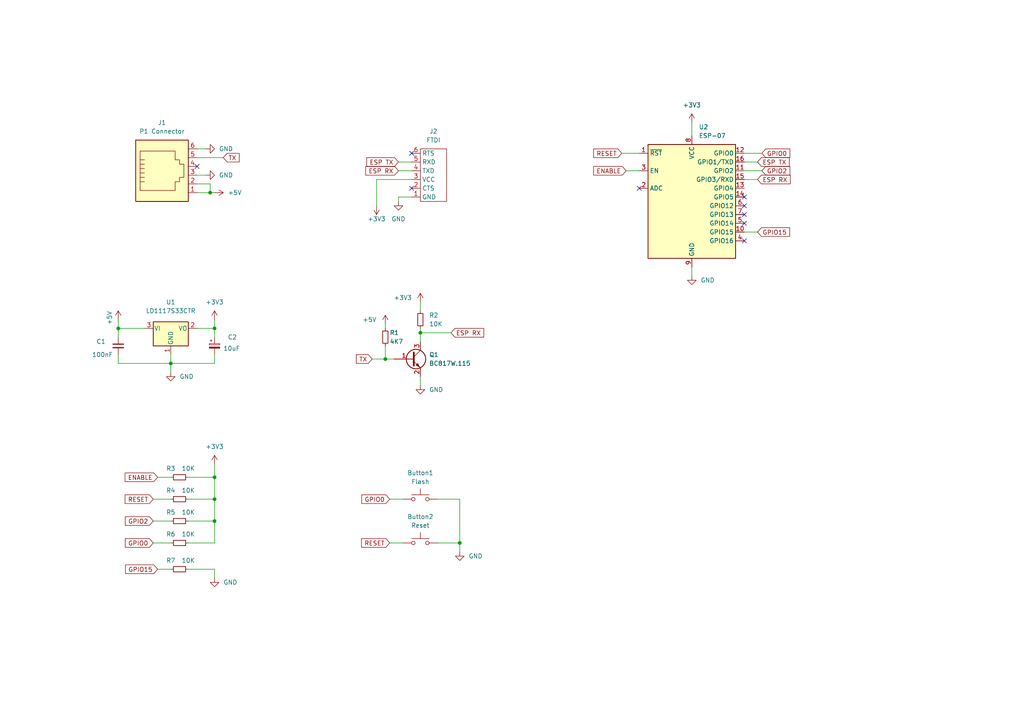
<source format=kicad_sch>
(kicad_sch (version 20211123) (generator eeschema)
  (paper "A4")
  (title_block (title "P1 Port Thingie") (date "2022-02-06") (rev "2"))
  (lib_symbols
    (symbol "Connector:6P6C" (pin_names (offset 1.016))
      (property "Reference" "J" (at -5.08 11.43 0))
      (property "Value" "6P6C" (at 2.54 11.43 0))
      (symbol "6P6C_0_1"
        (polyline (pts (xy -6.35 -1.905) (xy -5.08 -1.905) (xy -5.08 -1.905)))
        (polyline (pts (xy -6.35 -0.635) (xy -5.08 -0.635) (xy -5.08 -0.635)))
        (polyline (pts (xy -6.35 0.635) (xy -5.08 0.635) (xy -5.08 0.635)))
        (polyline (pts (xy -6.35 1.905) (xy -5.08 1.905) (xy -5.08 1.905)))
        (polyline (pts (xy -6.35 3.175) (xy -5.08 3.175) (xy -5.08 3.175)))
        (polyline (pts (xy -5.08 4.445) (xy -6.35 4.445) (xy -6.35 4.445)))
        (polyline (pts (xy -6.35 -4.445) (xy -6.35 6.985) (xy 3.81 6.985) (xy 3.81 4.445) (xy 5.08 4.445) (xy 5.08 3.175) (xy 6.35 3.175) (xy 6.35 -0.635) (xy 5.08 -0.635) (xy 5.08 -1.905) (xy 3.81 -1.905) (xy 3.81 -4.445) (xy -6.35 -4.445) (xy -6.35 -4.445)))
        (rectangle (start 7.62 10.16) (end -7.62 -7.62) (stroke (width 0.254)) (fill (type background)))
      )
      (symbol "6P6C_1_1"
        (pin passive line (at 10.16 -5.08 180) (length 2.54) (name "~") (number "1"))
        (pin passive line (at 10.16 -2.54 180) (length 2.54) (name "~") (number "2"))
        (pin passive line (at 10.16 0 180) (length 2.54) (name "~") (number "3"))
        (pin passive line (at 10.16 2.54 180) (length 2.54) (name "~") (number "4"))
        (pin passive line (at 10.16 5.08 180) (length 2.54) (name "~") (number "5"))
        (pin passive line (at 10.16 7.62 180) (length 2.54) (name "~") (number "6"))
      )
    )
    (symbol "Device:C_Polarized_Small" (pin_numbers hide) (pin_names (offset 0.254) hide)
      (property "Reference" "C" (at 0.254 1.778 0))
      (property "Value" "C_Polarized_Small" (at 0.254 -2.032 0))
      (symbol "C_Polarized_Small_0_1"
        (rectangle (start -1.524 -0.3048) (end 1.524 -0.6858) (fill (type outline)))
        (rectangle (start -1.524 0.6858) (end 1.524 0.3048))
        (polyline (pts (xy -1.27 1.524) (xy -0.762 1.524)))
        (polyline (pts (xy -1.016 1.27) (xy -1.016 1.778)))
      )
      (symbol "C_Polarized_Small_1_1"
        (pin passive line (at 0 2.54 270) (length 1.8542) (name "~") (number "1"))
        (pin passive line (at 0 -2.54 90) (length 1.8542) (name "~") (number "2"))
      )
    )
    (symbol "Device:C_Small" (pin_numbers hide) (pin_names (offset 0.254) hide)
      (property "Reference" "C" (at 0.254 1.778 0))
      (property "Value" "C_Small" (at 0.254 -2.032 0))
      (symbol "C_Small_0_1"
        (polyline (pts (xy -1.524 -0.508) (xy 1.524 -0.508)) (stroke (width 0.3302)))
        (polyline (pts (xy -1.524 0.508) (xy 1.524 0.508)) (stroke (width 0.3048)))
      )
      (symbol "C_Small_1_1"
        (pin passive line (at 0 2.54 270) (length 2.032) (name "~") (number "1"))
        (pin passive line (at 0 -2.54 90) (length 2.032) (name "~") (number "2"))
      )
    )
    (symbol "Device:R_Small" (pin_numbers hide) (pin_names (offset 0.254) hide)
      (property "Reference" "R" (at 0.762 0.508 0))
      (property "Value" "R_Small" (at 0.762 -1.016 0))
      (symbol "R_Small_0_1"
        (rectangle (start -0.762 1.778) (end 0.762 -1.778) (stroke (width 0.2032)))
      )
      (symbol "R_Small_1_1"
        (pin passive line (at 0 2.54 270) (length 0.762) (name "~") (number "1"))
        (pin passive line (at 0 -2.54 90) (length 0.762) (name "~") (number "2"))
      )
    )
    (symbol "Modules:FTDI"
      (property "Reference" "J" (at 2.54 2.54 90))
      (property "Value" "FTDI" (at 2.54 -2.54 90))
      (symbol "FTDI_0_1"
        (rectangle (start -3.81 7.62) (end 3.81 -7.62))
      )
      (symbol "FTDI_1_1"
        (pin passive line (at -6.35 6.35 0) (length 2.54) (name "GND") (number "1"))
        (pin passive line (at -6.35 3.81 0) (length 2.54) (name "CTS") (number "2"))
        (pin passive line (at -6.35 1.27 0) (length 2.54) (name "VCC") (number "3"))
        (pin passive line (at -6.35 -1.27 0) (length 2.54) (name "TXD") (number "4"))
        (pin passive line (at -6.35 -3.81 0) (length 2.54) (name "RXD") (number "5"))
        (pin passive line (at -6.35 -6.35 0) (length 2.54) (name "RTS") (number "6"))
      )
    )
    (symbol "RF_Module:ESP-07"
      (property "Reference" "U" (at -12.7 19.05 0))
      (property "Value" "ESP-07" (at 12.7 19.05 0))
      (symbol "ESP-07_0_1"
        (rectangle (start -12.7 17.78) (end 12.7 -15.24) (stroke (width 0.254)) (fill (type background)))
      )
      (symbol "ESP-07_1_1"
        (pin input line (at -15.24 15.24 0) (length 2.54) (name "~{RST}") (number "1"))
        (pin bidirectional line (at 15.24 -7.62 180) (length 2.54) (name "GPIO15") (number "10"))
        (pin bidirectional line (at 15.24 10.16 180) (length 2.54) (name "GPIO2") (number "11"))
        (pin bidirectional line (at 15.24 15.24 180) (length 2.54) (name "GPIO0") (number "12"))
        (pin bidirectional line (at 15.24 5.08 180) (length 2.54) (name "GPIO4") (number "13"))
        (pin bidirectional line (at 15.24 2.54 180) (length 2.54) (name "GPIO5") (number "14"))
        (pin bidirectional line (at 15.24 7.62 180) (length 2.54) (name "GPIO3/RXD") (number "15"))
        (pin bidirectional line (at 15.24 12.7 180) (length 2.54) (name "GPIO1/TXD") (number "16"))
        (pin input line (at -15.24 5.08 0) (length 2.54) (name "ADC") (number "2"))
        (pin input line (at -15.24 10.16 0) (length 2.54) (name "EN") (number "3"))
        (pin bidirectional line (at 15.24 -10.16 180) (length 2.54) (name "GPIO16") (number "4"))
        (pin bidirectional line (at 15.24 -5.08 180) (length 2.54) (name "GPIO14") (number "5"))
        (pin bidirectional line (at 15.24 0 180) (length 2.54) (name "GPIO12") (number "6"))
        (pin bidirectional line (at 15.24 -2.54 180) (length 2.54) (name "GPIO13") (number "7"))
        (pin power_in line (at 0 20.32 270) (length 2.54) (name "VCC") (number "8"))
        (pin power_in line (at 0 -17.78 90) (length 2.54) (name "GND") (number "9"))
      )
    )
    (symbol "Regulator_Linear:AMS1117-3.3" (pin_names (offset 0.254))
      (property "Reference" "U" (at -3.81 3.175 0))
      (property "Value" "AMS1117-3.3" (at 0 3.175 0))
      (symbol "AMS1117-3.3_0_1"
        (rectangle (start -5.08 -5.08) (end 5.08 1.905) (stroke (width 0.254)) (fill (type background)))
      )
      (symbol "AMS1117-3.3_1_1"
        (pin power_in line (at 0 -7.62 90) (length 2.54) (name "GND") (number "1"))
        (pin power_out line (at 7.62 0 180) (length 2.54) (name "VO") (number "2"))
        (pin power_in line (at -7.62 0 0) (length 2.54) (name "VI") (number "3"))
      )
    )
    (symbol "Switch:SW_Push" (pin_numbers hide) (pin_names (offset 1.016) hide)
      (property "Reference" "SW" (at 1.27 2.54 0))
      (property "Value" "SW_Push" (at 0 -1.524 0))
      (symbol "SW_Push_0_1"
        (circle (center -2.032 0) (radius 0.508))
        (polyline (pts (xy 0 1.27) (xy 0 3.048)))
        (polyline (pts (xy 2.54 1.27) (xy -2.54 1.27)))
        (circle (center 2.032 0) (radius 0.508))
        (pin passive line (at -5.08 0 0) (length 2.54) (name "1") (number "1"))
        (pin passive line (at 5.08 0 180) (length 2.54) (name "2") (number "2"))
      )
    )
    (symbol "Transistor_BJT:2SC4213" (pin_names (offset 0) hide)
      (property "Reference" "Q" (at 5.08 1.905 0))
      (property "Value" "2SC4213" (at 5.08 0 0))
      (symbol "2SC4213_0_1"
        (polyline (pts (xy 0.635 0.635) (xy 2.54 2.54)))
        (polyline (pts (xy 0.635 -0.635) (xy 2.54 -2.54) (xy 2.54 -2.54)))
        (polyline (pts (xy 0.635 1.905) (xy 0.635 -1.905) (xy 0.635 -1.905)) (stroke (width 0.508)))
        (polyline (pts (xy 1.27 -1.778) (xy 1.778 -1.27) (xy 2.286 -2.286) (xy 1.27 -1.778) (xy 1.27 -1.778)) (fill (type outline)))
        (circle (center 1.27 0) (radius 2.8194) (stroke (width 0.254)))
      )
      (symbol "2SC4213_1_1"
        (pin input line (at -5.08 0 0) (length 5.715) (name "B") (number "1"))
        (pin passive line (at 2.54 -5.08 90) (length 2.54) (name "E") (number "2"))
        (pin passive line (at 2.54 5.08 270) (length 2.54) (name "C") (number "3"))
      )
    )
    (symbol "power:+3.3V" (power) (pin_names (offset 0))
      (property "Value" "+3.3V" (at 0 3.556 0))
      (symbol "+3.3V_0_1"
        (polyline (pts (xy -0.762 1.27) (xy 0 2.54)))
        (polyline (pts (xy 0 0) (xy 0 2.54)))
        (polyline (pts (xy 0 2.54) (xy 0.762 1.27)))
      )
      (symbol "+3.3V_1_1"
        (pin power_in line (at 0 0 90) (length 0) hide (name "+3V3") (number "1"))
      )
    )
    (symbol "power:+5V" (power) (pin_names (offset 0))
      (property "Value" "+5V" (at 0 3.556 0))
      (symbol "+5V_0_1"
        (polyline (pts (xy -0.762 1.27) (xy 0 2.54)))
        (polyline (pts (xy 0 0) (xy 0 2.54)))
        (polyline (pts (xy 0 2.54) (xy 0.762 1.27)))
      )
      (symbol "+5V_1_1"
        (pin power_in line (at 0 0 90) (length 0) hide (name "+5V") (number "1"))
      )
    )
    (symbol "power:GND" (power) (pin_names (offset 0))
      (property "Value" "GND" (at 0 -3.81 0))
      (symbol "GND_0_1"
        (polyline (pts (xy 0 0) (xy 0 -1.27) (xy 1.27 -1.27) (xy 0 -2.54) (xy -1.27 -1.27) (xy 0 -1.27)))
      )
      (symbol "GND_1_1"
        (pin power_in line (at 0 0 270) (length 0) hide (name "GND") (number "1"))
      )
    )
  )
  (junction (at 133.35 157.48))
  (junction (at 34.29 95.25))
  (junction (at 62.23 151.13))
  (junction (at 121.92 96.52))
  (junction (at 62.23 144.78))
  (junction (at 111.76 104.14))
  (junction (at 49.53 105.41))
  (junction (at 62.23 95.25))
  (junction (at 62.23 138.43))
  (junction (at 60.96 55.88))
  (no_connect (at 185.42 54.61))
  (no_connect (at 119.38 54.61))
  (no_connect (at 215.9 62.23))
  (no_connect (at 215.9 57.15))
  (no_connect (at 215.9 59.69))
  (no_connect (at 215.9 69.85))
  (no_connect (at 215.9 64.77))
  (no_connect (at 119.38 44.45))
  (no_connect (at 57.15 48.26))
  (wire (pts (xy 34.29 92.71) (xy 34.29 95.25)))
  (wire (pts (xy 121.92 96.52) (xy 130.81 96.52)))
  (wire (pts (xy 121.92 109.22) (xy 121.92 111.76)))
  (wire (pts (xy 49.53 102.87) (xy 49.53 105.41)))
  (wire (pts (xy 111.76 100.33) (xy 111.76 104.14)))
  (wire (pts (xy 62.23 92.71) (xy 62.23 95.25)))
  (wire (pts (xy 215.9 49.53) (xy 220.98 49.53)))
  (wire (pts (xy 62.23 138.43) (xy 62.23 134.62)))
  (wire (pts (xy 113.03 157.48) (xy 116.84 157.48)))
  (wire (pts (xy 127 144.78) (xy 133.35 144.78)))
  (wire (pts (xy 62.23 105.41) (xy 49.53 105.41)))
  (wire (pts (xy 57.15 43.18) (xy 59.69 43.18)))
  (wire (pts (xy 115.57 57.15) (xy 115.57 58.42)))
  (wire (pts (xy 34.29 105.41) (xy 49.53 105.41)))
  (wire (pts (xy 215.9 46.99) (xy 219.71 46.99)))
  (wire (pts (xy 115.57 46.99) (xy 119.38 46.99)))
  (wire (pts (xy 44.45 151.13) (xy 49.53 151.13)))
  (wire (pts (xy 107.95 104.14) (xy 111.76 104.14)))
  (wire (pts (xy 109.22 52.07) (xy 109.22 59.69)))
  (wire (pts (xy 62.23 165.1) (xy 62.23 167.64)))
  (wire (pts (xy 133.35 157.48) (xy 133.35 160.02)))
  (wire (pts (xy 121.92 95.25) (xy 121.92 96.52)))
  (wire (pts (xy 119.38 57.15) (xy 115.57 57.15)))
  (wire (pts (xy 60.96 55.88) (xy 62.23 55.88)))
  (wire (pts (xy 119.38 52.07) (xy 109.22 52.07)))
  (wire (pts (xy 57.15 50.8) (xy 59.69 50.8)))
  (wire (pts (xy 121.92 96.52) (xy 121.92 99.06)))
  (wire (pts (xy 62.23 157.48) (xy 62.23 151.13)))
  (wire (pts (xy 45.72 138.43) (xy 49.53 138.43)))
  (wire (pts (xy 115.57 49.53) (xy 119.38 49.53)))
  (wire (pts (xy 180.34 44.45) (xy 185.42 44.45)))
  (wire (pts (xy 54.61 144.78) (xy 62.23 144.78)))
  (wire (pts (xy 62.23 144.78) (xy 62.23 151.13)))
  (wire (pts (xy 127 157.48) (xy 133.35 157.48)))
  (wire (pts (xy 181.61 49.53) (xy 185.42 49.53)))
  (wire (pts (xy 57.15 95.25) (xy 62.23 95.25)))
  (wire (pts (xy 62.23 95.25) (xy 62.23 97.79)))
  (wire (pts (xy 200.66 35.56) (xy 200.66 39.37)))
  (wire (pts (xy 60.96 53.34) (xy 60.96 55.88)))
  (wire (pts (xy 215.9 52.07) (xy 219.71 52.07)))
  (wire (pts (xy 34.29 95.25) (xy 41.91 95.25)))
  (wire (pts (xy 44.45 144.78) (xy 49.53 144.78)))
  (wire (pts (xy 62.23 144.78) (xy 62.23 138.43)))
  (wire (pts (xy 121.92 87.63) (xy 121.92 90.17)))
  (wire (pts (xy 57.15 53.34) (xy 60.96 53.34)))
  (wire (pts (xy 54.61 157.48) (xy 62.23 157.48)))
  (wire (pts (xy 133.35 144.78) (xy 133.35 157.48)))
  (wire (pts (xy 113.03 144.78) (xy 116.84 144.78)))
  (wire (pts (xy 45.72 165.1) (xy 49.53 165.1)))
  (wire (pts (xy 111.76 104.14) (xy 114.3 104.14)))
  (wire (pts (xy 111.76 93.98) (xy 111.76 95.25)))
  (wire (pts (xy 57.15 55.88) (xy 60.96 55.88)))
  (wire (pts (xy 62.23 102.87) (xy 62.23 105.41)))
  (wire (pts (xy 200.66 77.47) (xy 200.66 80.01)))
  (wire (pts (xy 54.61 151.13) (xy 62.23 151.13)))
  (wire (pts (xy 215.9 44.45) (xy 220.98 44.45)))
  (wire (pts (xy 57.15 45.72) (xy 64.77 45.72)))
  (wire (pts (xy 34.29 95.25) (xy 34.29 97.79)))
  (wire (pts (xy 44.45 157.48) (xy 49.53 157.48)))
  (wire (pts (xy 54.61 165.1) (xy 62.23 165.1)))
  (wire (pts (xy 54.61 138.43) (xy 62.23 138.43)))
  (wire (pts (xy 49.53 105.41) (xy 49.53 107.95)))
  (wire (pts (xy 215.9 67.31) (xy 219.71 67.31)))
  (wire (pts (xy 34.29 102.87) (xy 34.29 105.41)))
  (global_label "GPIO2" (shape input) (at 44.45 151.13 180) (property "Intersheet References" "${INTERSHEET_REFS}" (effects hide)))
  (global_label "RESET" (shape input) (at 44.45 144.78 180) (property "Intersheet References" "${INTERSHEET_REFS}" (effects hide)))
  (global_label "RESET" (shape input) (at 180.34 44.45 180) (property "Intersheet References" "${INTERSHEET_REFS}" (effects hide)))
  (global_label "ENABLE" (shape input) (at 45.72 138.43 180) (property "Intersheet References" "${INTERSHEET_REFS}" (effects hide)))
  (global_label "GPIO0" (shape input) (at 113.03 144.78 180) (property "Intersheet References" "${INTERSHEET_REFS}" (effects hide)))
  (global_label "ESP RX" (shape input) (at 219.71 52.07 0) (property "Intersheet References" "${INTERSHEET_REFS}" (effects hide)))
  (global_label "GPIO15" (shape input) (at 219.71 67.31 0) (property "Intersheet References" "${INTERSHEET_REFS}" (effects hide)))
  (global_label "GPIO0" (shape input) (at 44.45 157.48 180) (property "Intersheet References" "${INTERSHEET_REFS}" (effects hide)))
  (global_label "TX" (shape input) (at 107.95 104.14 180) (property "Intersheet References" "${INTERSHEET_REFS}" (effects hide)))
  (global_label "ESP RX" (shape input) (at 115.57 49.53 180) (property "Intersheet References" "${INTERSHEET_REFS}" (effects hide)))
  (global_label "GPIO0" (shape input) (at 220.98 44.45 0) (property "Intersheet References" "${INTERSHEET_REFS}" (effects hide)))
  (global_label "ESP TX" (shape input) (at 115.57 46.99 180) (property "Intersheet References" "${INTERSHEET_REFS}" (effects hide)))
  (global_label "GPIO15" (shape input) (at 45.72 165.1 180) (property "Intersheet References" "${INTERSHEET_REFS}" (effects hide)))
  (global_label "ENABLE" (shape input) (at 181.61 49.53 180) (property "Intersheet References" "${INTERSHEET_REFS}" (effects hide)))
  (global_label "RESET" (shape input) (at 113.03 157.48 180) (property "Intersheet References" "${INTERSHEET_REFS}" (effects hide)))
  (global_label "GPIO2" (shape input) (at 220.98 49.53 0) (property "Intersheet References" "${INTERSHEET_REFS}" (effects hide)))
  (global_label "ESP TX" (shape input) (at 219.71 46.99 0) (property "Intersheet References" "${INTERSHEET_REFS}" (effects hide)))
  (global_label "ESP RX" (shape input) (at 130.81 96.52 0) (property "Intersheet References" "${INTERSHEET_REFS}" (effects hide)))
  (global_label "TX" (shape input) (at 64.77 45.72 0) (property "Intersheet References" "${INTERSHEET_REFS}" (effects hide)))
  (symbol (lib_id "Device:R_Small") (at 52.07 151.13 90) (unit 1)
    (property "Reference" "R5" (at 49.53 148.59 90))
    (property "Value" "10K" (at 54.61 148.59 90))
    (property "Footprint" "Resistor_SMD:R_0805_2012Metric_Pad1.20x1.40mm_HandSolder" (effects hide))
  )
  (symbol (lib_id "power:+3.3V") (at 62.23 134.62 0) (unit 1)
    (property "Reference" "#PWR012" (effects hide))
    (property "Value" "+3.3V" (at 62.23 129.54 0))
  )
  (symbol (lib_id "power:GND") (at 133.35 160.02 0) (unit 1)
    (property "Reference" "#PWR016" (effects hide))
    (property "Value" "GND" (at 135.89 161.2899 0) (effects (justify left)))
  )
  (symbol (lib_id "power:GND") (at 115.57 58.42 0) (unit 1)
    (property "Reference" "#PWR015" (effects hide))
    (property "Value" "GND" (at 115.57 63.5 0))
  )
  (symbol (lib_id "power:+5V") (at 111.76 93.98 0) (unit 1)
    (property "Reference" "#PWR04" (effects hide))
    (property "Value" "+5V" (at 109.22 92.71 0) (effects (justify right)))
  )
  (symbol (lib_id "Device:R_Small") (at 111.76 97.79 0) (unit 1)
    (property "Reference" "R1" (at 113.03 96.52 0) (effects (justify left)))
    (property "Value" "4K7" (at 113.03 99.06 0) (effects (justify left)))
    (property "Footprint" "Resistor_SMD:R_0805_2012Metric_Pad1.20x1.40mm_HandSolder" (effects hide))
  )
  (symbol (lib_id "Connector:6P6C") (at 46.99 50.8 0) (unit 1)
    (property "Reference" "J1" (at 46.99 35.56 0))
    (property "Value" "P1 Connector" (at 46.99 38.1 0))
    (property "Footprint" "Connector_RJ:RJ12_Amphenol_54601" (effects hide))
    (property "Datasheet" "https://www.tme.eu/Document/ea184333224e66e86ff816154e741036/54601-906WPLF.pdf" (effects hide))
    (property "PN" " 54601-906WPLF" (effects hide))
  )
  (symbol (lib_id "Device:R_Small") (at 121.92 92.71 0) (unit 1)
    (property "Reference" "R2" (at 124.46 91.4399 0) (effects (justify left)))
    (property "Value" "10K" (at 124.46 93.9799 0) (effects (justify left)))
    (property "Footprint" "Resistor_SMD:R_0805_2012Metric_Pad1.20x1.40mm_HandSolder" (effects hide))
  )
  (symbol (lib_id "Device:C_Small") (at 34.29 100.33 0) (unit 1)
    (property "Reference" "C1" (at 27.94 99.06 0) (effects (justify left)))
    (property "Value" "100nF" (at 26.67 102.87 0) (effects (justify left)))
    (property "Footprint" "Capacitor_Tantalum_SMD:CP_EIA-6032-15_Kemet-U_Pad2.25x2.35mm_HandSolder" (effects hide))
  )
  (symbol (lib_id "power:GND") (at 59.69 50.8 90) (unit 1)
    (property "Reference" "#PWR03" (effects hide))
    (property "Value" "GND" (at 63.5 50.7999 90) (effects (justify right)))
  )
  (symbol (lib_id "Switch:SW_Push") (at 121.92 144.78 0) (unit 1)
    (property "Reference" "Button1" (at 121.92 137.16 0))
    (property "Value" "Flash" (at 121.92 139.7 0))
    (property "Footprint" "Button_Switch_SMD:SW_SPST_TL3342" (effects hide))
    (property "PN" " TVCM16015BPB" (effects hide))
  )
  (symbol (lib_id "RF_Module:ESP-07") (at 200.66 59.69 0) (unit 1)
    (property "Reference" "U2" (at 202.6794 36.83 0) (effects (justify left)))
    (property "Value" "ESP-07" (at 202.6794 39.37 0) (effects (justify left)))
    (property "Footprint" "RF_Module:ESP-07" (effects hide))
    (property "Datasheet" "http://wiki.ai-thinker.com/_media/esp8266/esp8266_series_modules_user_manual_v1.1.pdf" (effects hide))
  )
  (symbol (lib_id "Device:R_Small") (at 52.07 157.48 90) (unit 1)
    (property "Reference" "R6" (at 49.53 154.94 90))
    (property "Value" "10K" (at 54.61 154.94 90))
    (property "Footprint" "Resistor_SMD:R_0805_2012Metric_Pad1.20x1.40mm_HandSolder" (effects hide))
  )
  (symbol (lib_id "power:+3.3V") (at 62.23 92.71 0) (unit 1)
    (property "Reference" "#PWR09" (effects hide))
    (property "Value" "+3.3V" (at 62.23 87.63 0))
  )
  (symbol (lib_id "Device:C_Polarized_Small") (at 62.23 100.33 0) (unit 1)
    (property "Reference" "C2" (at 66.04 97.79 0) (effects (justify left)))
    (property "Value" "10uF" (at 64.77 101.0538 0) (effects (justify left)))
    (property "Footprint" "Capacitor_Tantalum_SMD:CP_EIA-6032-15_Kemet-U_Pad2.25x2.35mm_HandSolder" (effects hide))
  )
  (symbol (lib_id "power:GND") (at 49.53 107.95 0) (unit 1)
    (property "Reference" "#PWR08" (effects hide))
    (property "Value" "GND" (at 52.07 109.2199 0) (effects (justify left)))
  )
  (symbol (lib_id "power:+5V") (at 62.23 55.88 270) (unit 1)
    (property "Reference" "#PWR01" (effects hide))
    (property "Value" "+5V" (at 66.04 55.8799 90) (effects (justify left)))
  )
  (symbol (lib_id "power:GND") (at 200.66 80.01 0) (unit 1)
    (property "Reference" "#PWR011" (effects hide))
    (property "Value" "GND" (at 203.2 81.2799 0) (effects (justify left)))
  )
  (symbol (lib_id "power:+3.3V") (at 109.22 59.69 180) (unit 1)
    (property "Reference" "#PWR014" (effects hide))
    (property "Value" "+3.3V" (at 109.22 63.5 0))
  )
  (symbol (lib_id "Regulator_Linear:AMS1117-3.3") (at 49.53 95.25 0) (unit 1)
    (property "Reference" "U1" (at 49.53 87.63 0))
    (property "Value" "LD1117S33CTR" (at 49.53 90.17 0))
    (property "Footprint" "Package_TO_SOT_SMD:SOT-223-3_TabPin2" (effects hide))
    (property "Datasheet" "https://www.tme.eu/Document/00de853ee6bb3813fdbda91d48c966d2/BC817_BC817W_BC337.pdf" (effects hide))
    (property "PN" "LD1117S33CTR" (effects hide))
  )
  (symbol (lib_id "Device:R_Small") (at 52.07 165.1 90) (unit 1)
    (property "Reference" "R7" (at 49.53 162.56 90))
    (property "Value" "10K" (at 54.61 162.56 90))
    (property "Footprint" "Resistor_SMD:R_0805_2012Metric_Pad1.20x1.40mm_HandSolder" (effects hide))
  )
  (symbol (lib_id "Device:R_Small") (at 52.07 144.78 90) (unit 1)
    (property "Reference" "R4" (at 49.53 142.24 90))
    (property "Value" "10K" (at 54.61 142.24 90))
    (property "Footprint" "Resistor_SMD:R_0805_2012Metric_Pad1.20x1.40mm_HandSolder" (effects hide))
  )
  (symbol (lib_id "power:+5V") (at 34.29 92.71 0) (unit 1)
    (property "Reference" "#PWR07" (effects hide))
    (property "Value" "+5V" (at 31.75 90.17 90) (effects (justify right)))
  )
  (symbol (lib_id "Switch:SW_Push") (at 121.92 157.48 0) (unit 1)
    (property "Reference" "Button2" (at 121.92 149.86 0))
    (property "Value" "Reset" (at 121.92 152.4 0))
    (property "Footprint" "Button_Switch_SMD:SW_SPST_TL3342" (effects hide))
    (property "PN" " TVCM16015BPB" (effects hide))
  )
  (symbol (lib_id "power:GND") (at 59.69 43.18 90) (unit 1)
    (property "Reference" "#PWR02" (effects hide))
    (property "Value" "GND" (at 63.5 43.1799 90) (effects (justify right)))
  )
  (symbol (lib_id "power:+3.3V") (at 200.66 35.56 0) (unit 1)
    (property "Reference" "#PWR010" (effects hide))
    (property "Value" "+3.3V" (at 200.66 30.48 0))
  )
  (symbol (lib_id "power:GND") (at 121.92 111.76 0) (unit 1)
    (property "Reference" "#PWR06" (effects hide))
    (property "Value" "GND" (at 124.46 113.0299 0) (effects (justify left)))
  )
  (symbol (lib_id "Transistor_BJT:2SC4213") (at 119.38 104.14 0) (unit 1)
    (property "Reference" "Q1" (at 124.46 102.8699 0) (effects (justify left)))
    (property "Value" "BC817W.115" (at 124.46 105.4099 0) (effects (justify left)))
    (property "Footprint" "Package_TO_SOT_SMD:SOT-323_SC-70" (effects hide))
    (property "Datasheet" "https://www.tme.eu/Document/00de853ee6bb3813fdbda91d48c966d2/BC817_BC817W_BC337.pdf" (effects hide))
    (property "PN" "BC817W.115" (effects hide))
  )
  (symbol (lib_id "Modules:FTDI") (at 125.73 50.8 0) (mirror x) (unit 1)
    (property "Reference" "J2" (at 125.73 38.1 0))
    (property "Value" "FTDI" (at 125.73 40.64 0))
    (property "Footprint" "Modules:FTDI" (effects hide))
  )
  (symbol (lib_id "power:GND") (at 62.23 167.64 0) (unit 1)
    (property "Reference" "#PWR013" (effects hide))
    (property "Value" "GND" (at 64.77 168.9099 0) (effects (justify left)))
  )
  (symbol (lib_id "power:+3.3V") (at 121.92 87.63 0) (unit 1)
    (property "Reference" "#PWR05" (effects hide))
    (property "Value" "+3.3V" (at 116.84 86.36 0))
  )
  (symbol (lib_id "Device:R_Small") (at 52.07 138.43 90) (unit 1)
    (property "Reference" "R3" (at 49.53 135.89 90))
    (property "Value" "10K" (at 54.61 135.89 90))
    (property "Footprint" "Resistor_SMD:R_0805_2012Metric_Pad1.20x1.40mm_HandSolder" (effects hide))
  )
)
</source>
